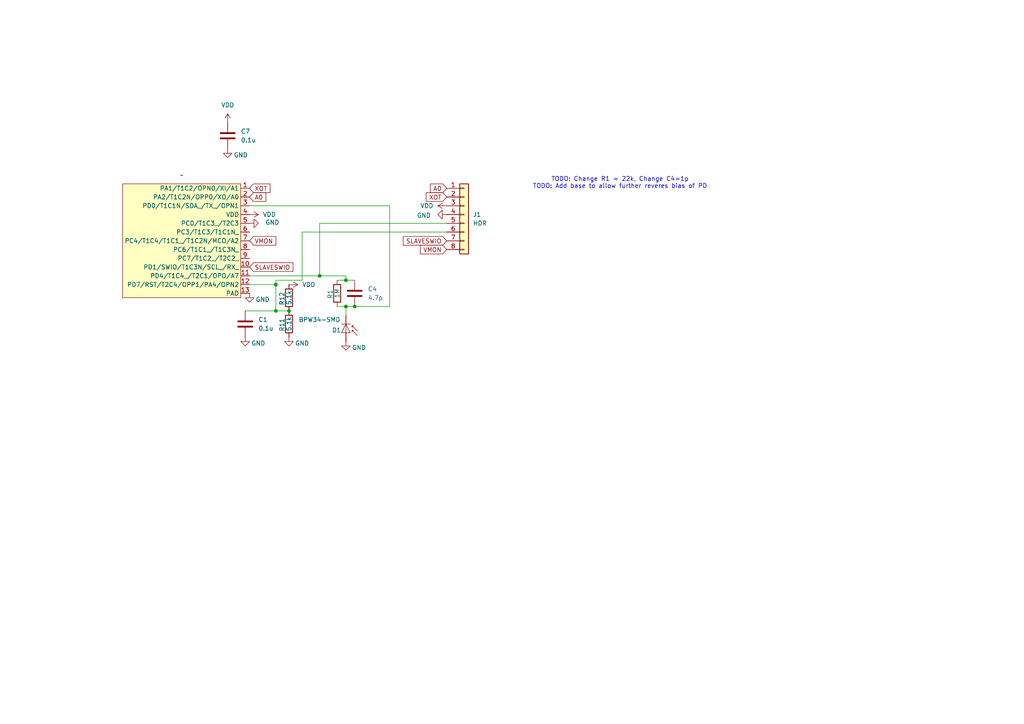
<source format=kicad_sch>
(kicad_sch (version 20250114) (generator "eeschema") (generator_version "9.0")
  (paper "A4")
  (lib_symbols
    (symbol "Connector_Generic:Conn_01x08" (pin_names (offset 1.016) (hide yes))
      (property "Reference" "J" (at 0 10.16 0))
      (property "Value" "Conn_01x08" (at 0 -12.7 0))
      (symbol "Conn_01x08_1_1"
        (rectangle (start -1.27 8.89) (end 1.27 -11.43) (stroke (width 0.254)) (fill (type background)))
        (rectangle (start -1.27 7.747) (end 0 7.493) (stroke (width 0.1524)))
        (rectangle (start -1.27 5.207) (end 0 4.953) (stroke (width 0.1524)))
        (rectangle (start -1.27 2.667) (end 0 2.413) (stroke (width 0.1524)))
        (rectangle (start -1.27 0.127) (end 0 -0.127) (stroke (width 0.1524)))
        (rectangle (start -1.27 -2.413) (end 0 -2.667) (stroke (width 0.1524)))
        (rectangle (start -1.27 -4.953) (end 0 -5.207) (stroke (width 0.1524)))
        (rectangle (start -1.27 -7.493) (end 0 -7.747) (stroke (width 0.1524)))
        (rectangle (start -1.27 -10.033) (end 0 -10.287) (stroke (width 0.1524)))
        (pin passive line (at -5.08 7.62 0) (length 3.81) (name "Pin_1") (number "1"))
        (pin passive line (at -5.08 5.08 0) (length 3.81) (name "Pin_2") (number "2"))
        (pin passive line (at -5.08 2.54 0) (length 3.81) (name "Pin_3") (number "3"))
        (pin passive line (at -5.08 0 0) (length 3.81) (name "Pin_4") (number "4"))
        (pin passive line (at -5.08 -2.54 0) (length 3.81) (name "Pin_5") (number "5"))
        (pin passive line (at -5.08 -5.08 0) (length 3.81) (name "Pin_6") (number "6"))
        (pin passive line (at -5.08 -7.62 0) (length 3.81) (name "Pin_7") (number "7"))
        (pin passive line (at -5.08 -10.16 0) (length 3.81) (name "Pin_8") (number "8"))
      )
    )
    (symbol "Device:C" (pin_numbers (hide yes)) (pin_names (offset 0.254))
      (property "Reference" "C" (at 0.635 2.54 0))
      (property "Value" "C" (at 0.635 -2.54 0))
      (symbol "C_0_1"
        (polyline (pts (xy -2.032 0.762) (xy 2.032 0.762)) (stroke (width 0.508)))
        (polyline (pts (xy -2.032 -0.762) (xy 2.032 -0.762)) (stroke (width 0.508)))
      )
      (symbol "C_1_1"
        (pin passive line (at 0 3.81 270) (length 2.794) (name "~") (number "1"))
        (pin passive line (at 0 -3.81 90) (length 2.794) (name "~") (number "2"))
      )
    )
    (symbol "Device:R" (pin_numbers (hide yes)) (pin_names (offset 0))
      (property "Reference" "R" (at 2.032 0 90))
      (property "Value" "R" (at 0 0 90))
      (symbol "R_0_1"
        (rectangle (start -1.016 -2.54) (end 1.016 2.54) (stroke (width 0.254)))
      )
      (symbol "R_1_1"
        (pin passive line (at 0 3.81 270) (length 1.27) (name "~") (number "1"))
        (pin passive line (at 0 -3.81 90) (length 1.27) (name "~") (number "2"))
      )
    )
    (symbol "Sensor_Optical:BPW34-SMD" (pin_numbers (hide yes)) (pin_names (offset 1.016) (hide yes))
      (property "Reference" "D" (at 0.508 1.778 0))
      (property "Value" "BPW34-SMD" (at -1.016 -2.794 0))
      (symbol "BPW34-SMD_0_1"
        (polyline (pts (xy -2.54 1.27) (xy -2.54 -1.27)) (stroke (width 0.1524)))
        (polyline (pts (xy -2.032 1.778) (xy -1.524 1.778)))
        (polyline (pts (xy -0.508 3.302) (xy -2.032 1.778) (xy -2.032 2.286)))
        (polyline (pts (xy 0 1.27) (xy -2.54 0) (xy 0 -1.27)))
        (polyline (pts (xy 0 0) (xy -2.54 0)))
        (polyline (pts (xy 0 -1.27) (xy 0 1.27)))
        (polyline (pts (xy 0.762 3.302) (xy -0.762 1.778) (xy -0.762 2.286) (xy -0.762 1.778) (xy -0.254 1.778)))
      )
      (symbol "BPW34-SMD_1_1"
        (pin passive line (at -5.08 0 0) (length 2.54) (name "K") (number "1"))
        (pin passive line (at 2.54 0 180) (length 2.54) (name "A") (number "2"))
      )
    )
    (symbol "cnhardware:CH32V005D6U6"
      (property "Reference" "U" (at 0 -17.78 0))
      (symbol "CH32V005D6U6_1_1"
        (rectangle (start 15.24 16.51) (end -19.05 -16.51) (fill (type background)))
        (pin bidirectional line (at 17.78 15.24 180) (length 2.54) (name "PA1/T1C2/OPN0/XI/A1") (number "1"))
        (pin bidirectional line (at 17.78 12.7 180) (length 2.54) (name "PA2/T1C2N/OPP0/XO/A0") (number "2"))
        (pin bidirectional line (at 17.78 10.16 180) (length 2.54) (name "PD0/T1C1N/SDA_/TX_/OPN1") (number "3"))
        (pin bidirectional line (at 17.78 7.62 180) (length 2.54) (name "VDD") (number "4"))
        (pin bidirectional line (at 17.78 5.08 180) (length 2.54) (name "PC0/T1C3_/T2C3") (number "5"))
        (pin bidirectional line (at 17.78 2.54 180) (length 2.54) (name "PC3/T1C3/T1C1N_") (number "6"))
        (pin bidirectional line (at 17.78 0 180) (length 2.54) (name "PC4/T1C4/T1C1_/T1C2N/MCO/A2") (number "7"))
        (pin bidirectional line (at 17.78 -2.54 180) (length 2.54) (name "PC6/T1C1_/T1C3N_") (number "8"))
        (pin bidirectional line (at 17.78 -5.08 180) (length 2.54) (name "PC7/T1C2_/T2C2_") (number "9"))
        (pin bidirectional line (at 17.78 -7.62 180) (length 2.54) (name "PD1/SWIO/T1C3N/SCL_/RX_") (number "10"))
        (pin bidirectional line (at 17.78 -10.16 180) (length 2.54) (name "PD4/T1C4_/T2C1/OPO/A7") (number "11"))
        (pin bidirectional line (at 17.78 -12.7 180) (length 2.54) (name "PD7/RST/T2C4/OPP1/PA4/OPN2") (number "12"))
        (pin bidirectional line (at 17.78 -15.24 180) (length 2.54) (name "PAD") (number "13"))
      )
    )
    (symbol "power:GND" (power) (pin_numbers (hide yes)) (pin_names (offset 0) (hide yes))
      (property "Value" "GND" (at 0 -3.81 0))
      (symbol "GND_0_1"
        (polyline (pts (xy 0 0) (xy 0 -1.27) (xy 1.27 -1.27) (xy 0 -2.54) (xy -1.27 -1.27) (xy 0 -1.27)))
      )
      (symbol "GND_1_1"
        (pin power_in line (at 0 0 270) (length 0) (name "~") (number "1"))
      )
    )
    (symbol "power:VDD" (power) (pin_names (offset 0))
      (property "Value" "VDD" (at 0 3.81 0))
      (symbol "VDD_0_1"
        (polyline (pts (xy -0.762 1.27) (xy 0 2.54)))
        (polyline (pts (xy 0 2.54) (xy 0.762 1.27)))
        (polyline (pts (xy 0 0) (xy 0 2.54)))
      )
      (symbol "VDD_1_1"
        (pin power_in line (at 0 0 90) (length 0) (hide yes) (name "VDD") (number "1"))
      )
    )
  )
  (text "TODO: Change R1 = 22k, Change C4=1p\nTODO: Add base to allow further reveres bias of PD" (at 179.832 53.086 0) (effects (font (size 1.27 1.27))))
  (junction (at 100.33 88.9))
  (junction (at 100.33 81.28))
  (junction (at 102.87 88.9))
  (junction (at 92.71 80.01))
  (junction (at 83.82 90.17))
  (junction (at 80.01 90.17))
  (junction (at 80.01 82.55))
  (wire (pts (xy 129.54 67.31) (xy 87.63 67.31)))
  (wire (pts (xy 80.01 90.17) (xy 83.82 90.17)))
  (wire (pts (xy 100.33 88.9) (xy 102.87 88.9)))
  (wire (pts (xy 100.33 88.9) (xy 97.79 88.9)))
  (wire (pts (xy 92.71 64.77) (xy 92.71 80.01)))
  (wire (pts (xy 113.03 59.69) (xy 113.03 88.9)))
  (wire (pts (xy 71.12 90.17) (xy 80.01 90.17)))
  (wire (pts (xy 100.33 88.9) (xy 100.33 91.44)))
  (wire (pts (xy 129.54 64.77) (xy 92.71 64.77)))
  (wire (pts (xy 80.01 81.28) (xy 87.63 81.28)))
  (wire (pts (xy 80.01 82.55) (xy 80.01 90.17)))
  (wire (pts (xy 72.39 59.69) (xy 113.03 59.69)))
  (wire (pts (xy 92.71 80.01) (xy 100.33 80.01)))
  (wire (pts (xy 72.39 82.55) (xy 80.01 82.55)))
  (wire (pts (xy 72.39 80.01) (xy 92.71 80.01)))
  (wire (pts (xy 100.33 81.28) (xy 100.33 80.01)))
  (wire (pts (xy 97.79 81.28) (xy 100.33 81.28)))
  (wire (pts (xy 100.33 81.28) (xy 102.87 81.28)))
  (wire (pts (xy 80.01 82.55) (xy 80.01 81.28)))
  (wire (pts (xy 87.63 67.31) (xy 87.63 81.28)))
  (wire (pts (xy 113.03 88.9) (xy 102.87 88.9)))
  (global_label "SLAVESWIO" (shape input) (at 72.39 77.47 0) (property "Intersheetrefs" "${INTERSHEET_REFS}" (effects (hide yes))))
  (global_label "A0" (shape input) (at 72.39 57.15 0) (property "Intersheetrefs" "${INTERSHEET_REFS}" (effects (hide yes))))
  (global_label "SLAVESWIO" (shape input) (at 129.54 69.85 180) (property "Intersheetrefs" "${INTERSHEET_REFS}" (effects (hide yes))))
  (global_label "XOT" (shape input) (at 129.54 57.15 180) (property "Intersheetrefs" "${INTERSHEET_REFS}" (effects (hide yes))))
  (global_label "VMON" (shape input) (at 72.39 69.85 0) (property "Intersheetrefs" "${INTERSHEET_REFS}" (effects (hide yes))))
  (global_label "XOT" (shape input) (at 72.39 54.61 0) (property "Intersheetrefs" "${INTERSHEET_REFS}" (effects (hide yes))))
  (global_label "A0" (shape input) (at 129.54 54.61 180) (property "Intersheetrefs" "${INTERSHEET_REFS}" (effects (hide yes))))
  (global_label "VMON" (shape input) (at 129.54 72.39 180) (property "Intersheetrefs" "${INTERSHEET_REFS}" (effects (hide yes))))
  (symbol (lib_id "power:VDD") (at 129.54 59.69 90) (unit 1)
    (property "Reference" "#PWR02" (effects (hide yes)))
    (property "Value" "VDD" (at 125.73 59.6899 90) (effects (justify left)))
  )
  (symbol (lib_id "Device:R") (at 83.82 86.36 0) (unit 1)
    (property "Reference" "R12" (at 81.788 86.614 90))
    (property "Value" "5.1k" (at 83.82 86.36 90))
    (property "Footprint" "Resistor_SMD:R_0402_1005Metric" (effects (hide yes)))
    (property "Description" "Resistor" (effects (hide yes)))
    (property "LCSC" "C25905" (effects (hide yes)))
  )
  (symbol (lib_id "Device:C") (at 66.04 39.37 0) (unit 1)
    (property "Reference" "C7" (at 69.85 38.0999 0) (effects (justify left)))
    (property "Value" "0.1u" (at 69.85 40.6399 0) (effects (justify left)))
    (property "Footprint" "Capacitor_SMD:C_0402_1005Metric" (effects (hide yes)))
    (property "Description" "Unpolarized capacitor" (effects (hide yes)))
    (property "LCSC" "C307331" (effects (hide yes)))
  )
  (symbol (lib_id "power:VDD") (at 83.82 82.55 270) (unit 1)
    (property "Reference" "#PWR033" (effects (hide yes)))
    (property "Value" "VDD" (at 87.63 82.5499 90) (effects (justify left)))
  )
  (symbol (lib_id "power:GND") (at 100.33 99.06 0) (mirror y) (unit 1)
    (property "Reference" "#PWR032" (effects (hide yes)))
    (property "Value" "GND" (at 106.172 100.838 0) (effects (justify left)))
  )
  (symbol (lib_id "Device:C") (at 71.12 93.98 0) (unit 1)
    (property "Reference" "C1" (at 74.93 92.7099 0) (effects (justify left)))
    (property "Value" "0.1u" (at 74.93 95.2499 0) (effects (justify left)))
    (property "Footprint" "Capacitor_SMD:C_0402_1005Metric" (effects (hide yes)))
    (property "Description" "Unpolarized capacitor" (effects (hide yes)))
    (property "LCSC" "C307331" (effects (hide yes)))
  )
  (symbol (lib_id "power:VDD") (at 66.04 35.56 0) (unit 1)
    (property "Reference" "#PWR01" (effects (hide yes)))
    (property "Value" "VDD" (at 66.04 30.48 0))
  )
  (symbol (lib_id "Device:C") (at 102.87 85.09 180) (unit 1)
    (property "Reference" "C4" (at 106.68 83.8199 0) (effects (justify right)))
    (property "Value" "4.7p" (at 106.68 86.3599 0) (effects (justify right)))
    (property "Footprint" "Capacitor_SMD:C_0603_1608Metric" (effects (hide yes)))
    (property "Description" "Unpolarized capacitor" (effects (hide yes)))
    (property "LCSC" "C1634" (effects (hide yes)))
  )
  (symbol (lib_id "power:GND") (at 71.12 97.79 0) (mirror y) (unit 1)
    (property "Reference" "#PWR04" (effects (hide yes)))
    (property "Value" "GND" (at 76.962 99.568 0) (effects (justify left)))
  )
  (symbol (lib_id "Connector_Generic:Conn_01x08") (at 134.62 62.23 0) (unit 1)
    (property "Reference" "J1" (at 137.16 62.2299 0) (effects (justify left)))
    (property "Value" "HDR" (at 137.16 64.7699 0) (effects (justify left)))
    (property "Footprint" "Connector_PinHeader_2.54mm:PinHeader_1x08_P2.54mm_Vertical" (effects (hide yes)))
    (property "Description" "Generic connector, single row, 01x08, script generated (kicad-library-utils/schlib/autogen/connector/)" (effects (hide yes)))
    (property "LCSC" "C2905487" (effects (hide yes)))
  )
  (symbol (lib_id "power:GND") (at 72.39 85.09 0) (mirror y) (unit 1)
    (property "Reference" "#PWR026" (effects (hide yes)))
    (property "Value" "GND" (at 78.232 86.868 0) (effects (justify left)))
  )
  (symbol (lib_id "power:GND") (at 66.04 43.18 0) (mirror y) (unit 1)
    (property "Reference" "#PWR06" (effects (hide yes)))
    (property "Value" "GND" (at 71.882 44.958 0) (effects (justify left)))
  )
  (symbol (lib_id "cnhardware:CH32V005D6U6") (at 54.61 69.85 0) (unit 1)
    (property "Reference" "U3" (effects (hide yes)))
    (property "Value" "~" (at 52.705 50.8 0))
    (property "Footprint" "cnhardware:QFN-12-P0.4-WCH" (effects (hide yes)))
    (property "LCSC" "C49006243" (effects (hide yes)))
  )
  (symbol (lib_id "Sensor_Optical:BPW34-SMD") (at 100.33 96.52 270) (unit 1)
    (property "Reference" "D1" (at 96.266 95.758 90) (effects (justify left)))
    (property "Value" "BPW34-SMD" (at 86.614 92.71 90) (effects (justify left)))
    (property "Footprint" "OptoDevice:Osram_BPW34S-SMD" (effects (hide yes)))
    (property "Datasheet" "https://dammedia.osram.info/media/resource/hires/osram-dam-5488319/BPW%2034%20S_EN.pdf" (effects (hide yes)))
    (property "Description" "Silicon PIN Photodiode, Area 2.65x2.65mm" (effects (hide yes)))
    (property "LCSC" "C145262" (effects (hide yes)))
  )
  (symbol (lib_id "power:GND") (at 83.82 97.79 0) (mirror y) (unit 1)
    (property "Reference" "#PWR034" (effects (hide yes)))
    (property "Value" "GND" (at 89.662 99.568 0) (effects (justify left)))
  )
  (symbol (lib_id "Device:R") (at 97.79 85.09 0) (unit 1)
    (property "Reference" "R1" (at 95.758 85.344 90))
    (property "Value" "1M" (at 97.79 85.09 90))
    (property "Footprint" "Resistor_SMD:R_0603_1608Metric" (effects (hide yes)))
    (property "Description" "Resistor" (effects (hide yes)))
    (property "LCSC" "C22935" (effects (hide yes)))
  )
  (symbol (lib_id "power:GND") (at 72.39 64.77 90) (mirror x) (unit 1)
    (property "Reference" "#PWR019" (effects (hide yes)))
    (property "Value" "GND" (at 81.026 64.516 90) (effects (justify left)))
  )
  (symbol (lib_id "Device:R") (at 83.82 93.98 0) (unit 1)
    (property "Reference" "R11" (at 81.788 94.234 90))
    (property "Value" "5.1k" (at 83.82 93.98 90))
    (property "Footprint" "Resistor_SMD:R_0402_1005Metric" (effects (hide yes)))
    (property "Description" "Resistor" (effects (hide yes)))
    (property "LCSC" "C25905" (effects (hide yes)))
  )
  (symbol (lib_id "power:GND") (at 129.54 62.23 270) (mirror x) (unit 1)
    (property "Reference" "#PWR03" (effects (hide yes)))
    (property "Value" "GND" (at 120.904 62.484 90) (effects (justify left)))
  )
  (symbol (lib_id "power:VDD") (at 72.39 62.23 270) (unit 1)
    (property "Reference" "#PWR027" (effects (hide yes)))
    (property "Value" "VDD" (at 76.2 62.2299 90) (effects (justify left)))
  )
)
</source>
